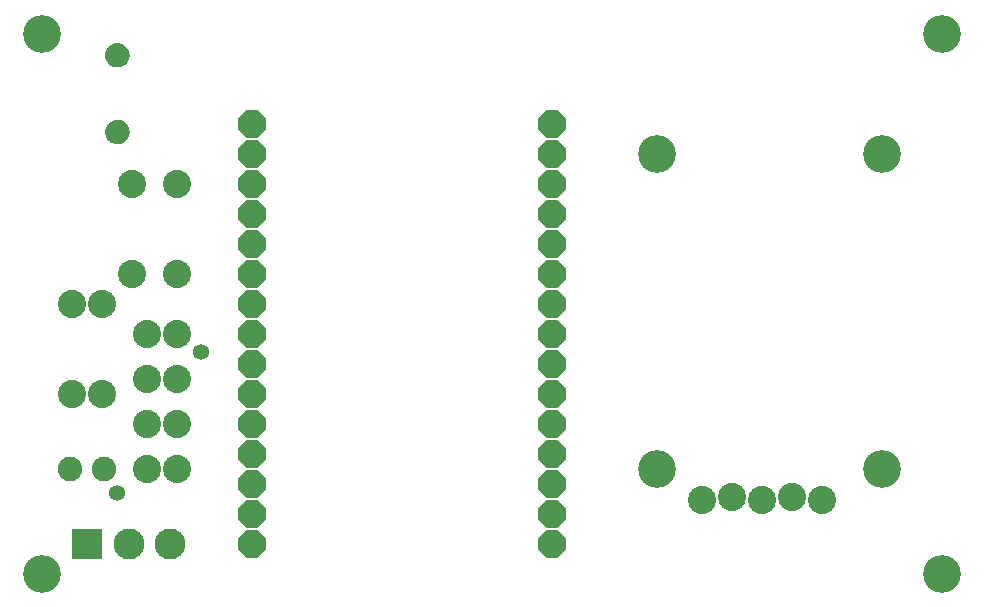
<source format=gbs>
G75*
%MOIN*%
%OFA0B0*%
%FSLAX25Y25*%
%IPPOS*%
%LPD*%
%AMOC8*
5,1,8,0,0,1.08239X$1,22.5*
%
%ADD10C,0.12611*%
%ADD11OC8,0.09400*%
%ADD12C,0.09400*%
%ADD13C,0.00500*%
%ADD14R,0.10300X0.10300*%
%ADD15C,0.10300*%
%ADD16C,0.08200*%
%ADD17C,0.05359*%
D10*
X0011000Y0026400D03*
X0216000Y0061400D03*
X0291000Y0061400D03*
X0311000Y0026400D03*
X0291000Y0166400D03*
X0311000Y0206400D03*
X0216000Y0166400D03*
X0011000Y0206400D03*
D11*
X0081000Y0176400D03*
X0081000Y0166400D03*
X0081000Y0156400D03*
X0081000Y0146400D03*
X0081000Y0136400D03*
X0081000Y0126400D03*
X0081000Y0116400D03*
X0081000Y0106400D03*
X0081000Y0096400D03*
X0081000Y0086400D03*
X0081000Y0076400D03*
X0081000Y0066400D03*
X0081000Y0056400D03*
X0081000Y0046400D03*
X0081000Y0036400D03*
X0181000Y0036400D03*
X0181000Y0046400D03*
X0181000Y0056400D03*
X0181000Y0066400D03*
X0181000Y0076400D03*
X0181000Y0086400D03*
X0181000Y0096400D03*
X0181000Y0106400D03*
X0181000Y0116400D03*
X0181000Y0126400D03*
X0181000Y0136400D03*
X0181000Y0146400D03*
X0181000Y0156400D03*
X0181000Y0166400D03*
X0181000Y0176400D03*
D12*
X0056000Y0156400D03*
X0041000Y0156400D03*
X0041000Y0126400D03*
X0031000Y0116400D03*
X0021000Y0116400D03*
X0046000Y0106400D03*
X0056000Y0106400D03*
X0056000Y0091400D03*
X0046000Y0091400D03*
X0031000Y0086400D03*
X0021000Y0086400D03*
X0046000Y0076400D03*
X0056000Y0076400D03*
X0056000Y0061400D03*
X0046000Y0061400D03*
X0056000Y0126400D03*
X0231000Y0050900D03*
X0241000Y0051900D03*
X0251000Y0050900D03*
X0261000Y0051900D03*
X0271000Y0050900D03*
D13*
X0039214Y0171710D02*
X0038827Y0171173D01*
X0038352Y0170712D01*
X0037805Y0170341D01*
X0037201Y0170070D01*
X0036560Y0169908D01*
X0035900Y0169860D01*
X0035181Y0169938D01*
X0034491Y0170156D01*
X0033856Y0170504D01*
X0033302Y0170969D01*
X0032849Y0171533D01*
X0032515Y0172175D01*
X0032313Y0172869D01*
X0032250Y0173590D01*
X0032312Y0174315D01*
X0032513Y0175014D01*
X0032848Y0175660D01*
X0033302Y0176228D01*
X0033858Y0176697D01*
X0034494Y0177048D01*
X0035187Y0177269D01*
X0035910Y0177350D01*
X0036570Y0177300D01*
X0037211Y0177136D01*
X0037814Y0176864D01*
X0038360Y0176491D01*
X0038834Y0176029D01*
X0039219Y0175491D01*
X0039506Y0174895D01*
X0039685Y0174258D01*
X0039750Y0173600D01*
X0039683Y0172942D01*
X0039503Y0172305D01*
X0039214Y0171710D01*
X0039324Y0171936D02*
X0032640Y0171936D01*
X0032440Y0172434D02*
X0039539Y0172434D01*
X0039681Y0172933D02*
X0032307Y0172933D01*
X0032264Y0173431D02*
X0039733Y0173431D01*
X0039718Y0173930D02*
X0032279Y0173930D01*
X0032344Y0174428D02*
X0039637Y0174428D01*
X0039491Y0174927D02*
X0032488Y0174927D01*
X0032726Y0175425D02*
X0039251Y0175425D01*
X0038909Y0175924D02*
X0033058Y0175924D01*
X0033532Y0176422D02*
X0038431Y0176422D01*
X0037688Y0176921D02*
X0034263Y0176921D01*
X0032926Y0171437D02*
X0039017Y0171437D01*
X0038585Y0170939D02*
X0033338Y0170939D01*
X0033973Y0170440D02*
X0037951Y0170440D01*
X0036693Y0169941D02*
X0035171Y0169941D01*
X0035900Y0195460D02*
X0035181Y0195538D01*
X0034491Y0195756D01*
X0033856Y0196104D01*
X0033302Y0196569D01*
X0032849Y0197133D01*
X0032515Y0197775D01*
X0032313Y0198469D01*
X0032250Y0199190D01*
X0032312Y0199915D01*
X0032513Y0200614D01*
X0032848Y0201260D01*
X0033302Y0201828D01*
X0033858Y0202297D01*
X0034494Y0202648D01*
X0035187Y0202869D01*
X0035910Y0202950D01*
X0036570Y0202900D01*
X0037211Y0202736D01*
X0037814Y0202464D01*
X0038360Y0202091D01*
X0038834Y0201629D01*
X0039219Y0201091D01*
X0039506Y0200495D01*
X0039685Y0199858D01*
X0039750Y0199200D01*
X0039683Y0198542D01*
X0039503Y0197905D01*
X0039214Y0197310D01*
X0038827Y0196773D01*
X0038352Y0196312D01*
X0037805Y0195941D01*
X0037201Y0195670D01*
X0036560Y0195508D01*
X0035900Y0195460D01*
X0034294Y0195864D02*
X0037634Y0195864D01*
X0038404Y0196363D02*
X0033548Y0196363D01*
X0033068Y0196861D02*
X0038890Y0196861D01*
X0039239Y0197360D02*
X0032731Y0197360D01*
X0032491Y0197858D02*
X0039480Y0197858D01*
X0039631Y0198357D02*
X0032346Y0198357D01*
X0032279Y0198855D02*
X0039715Y0198855D01*
X0039735Y0199354D02*
X0032264Y0199354D01*
X0032306Y0199852D02*
X0039686Y0199852D01*
X0039547Y0200351D02*
X0032437Y0200351D01*
X0032635Y0200849D02*
X0039336Y0200849D01*
X0039035Y0201348D02*
X0032918Y0201348D01*
X0033323Y0201846D02*
X0038611Y0201846D01*
X0037988Y0202345D02*
X0033944Y0202345D01*
X0035108Y0202843D02*
X0036792Y0202843D01*
D14*
X0026000Y0036400D03*
D15*
X0039780Y0036400D03*
X0053559Y0036400D03*
D16*
X0031700Y0061400D03*
X0020300Y0061400D03*
D17*
X0036000Y0053150D03*
X0064000Y0100400D03*
M02*

</source>
